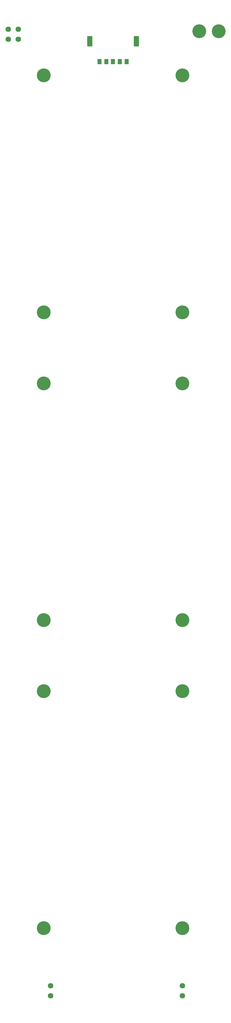
<source format=gbs>
G04 Layer: BottomSolderMaskLayer*
G04 EasyEDA v6.5.47, 2024-11-13 16:13:54*
G04 fb85ae26fb934a7fa39b9ffe6f29e94b,28dbc4cd0de04f76b295d4d1f3f9c80b,10*
G04 Gerber Generator version 0.2*
G04 Scale: 100 percent, Rotated: No, Reflected: No *
G04 Dimensions in millimeters *
G04 leading zeros omitted , absolute positions ,4 integer and 5 decimal *
%FSLAX45Y45*%
%MOMM*%

%AMMACRO1*4,1,8,-0.6958,-1.5001,-0.725,-1.4707,-0.725,1.4709,-0.6958,1.5001,0.6956,1.5001,0.725,1.4709,0.725,-1.4707,0.6956,-1.5001,-0.6958,-1.5001,0*%
%AMMACRO2*4,1,8,-0.5709,-0.775,-0.6001,-0.7455,-0.6001,0.7457,-0.5709,0.775,0.5706,0.775,0.6001,0.7457,0.6001,-0.7455,0.5706,-0.775,-0.5709,-0.775,0*%
%AMMACRO3*4,1,8,-0.6958,-1.5,-0.725,-1.4705,-0.725,1.4708,-0.6958,1.5,0.6956,1.5,0.725,1.4708,0.725,-1.4705,0.6956,-1.5,-0.6958,-1.5,0*%
%ADD10MACRO1*%
%ADD11MACRO2*%
%ADD12MACRO3*%
%ADD13C,1.6256*%
%ADD14C,4.1016*%

%LPD*%
D10*
G01*
X3460483Y29405910D03*
D11*
G01*
X3749992Y28808400D03*
G01*
X3949992Y28808400D03*
G01*
X4149991Y28808400D03*
G01*
X4349991Y28808400D03*
G01*
X4549990Y28808400D03*
D12*
G01*
X4839500Y29405897D03*
D13*
G01*
X1046200Y29763999D03*
G01*
X1046200Y29464000D03*
G01*
X1346200Y29763999D03*
G01*
X1346200Y29464000D03*
G01*
X6199987Y1199997D03*
G01*
X6199987Y1499996D03*
G01*
X2299995Y1499996D03*
G01*
X2299995Y1199997D03*
D14*
G01*
X6199987Y28399943D03*
G01*
X2099995Y28399943D03*
G01*
X6199987Y21399957D03*
G01*
X2099995Y21399957D03*
G01*
X6199987Y19299961D03*
G01*
X2099995Y19299961D03*
G01*
X6199987Y12299975D03*
G01*
X2099995Y12299975D03*
G01*
X6199987Y10199979D03*
G01*
X2099995Y10199979D03*
G01*
X2099995Y3199993D03*
G01*
X6199987Y3199993D03*
G01*
X6699986Y29699940D03*
G01*
X7277100Y29699940D03*
M02*

</source>
